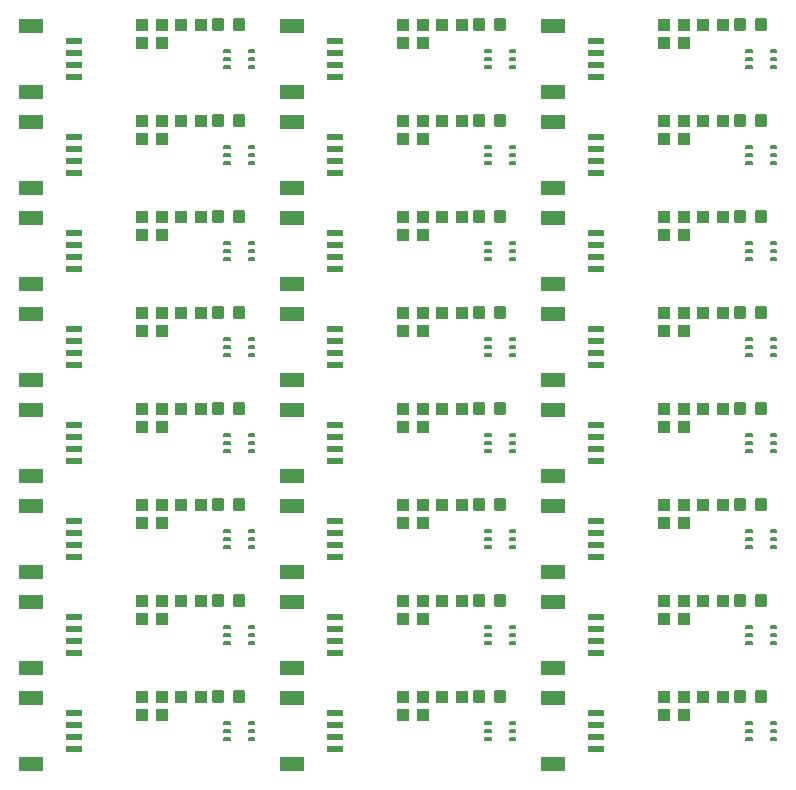
<source format=gtp>
G04 EAGLE Gerber RS-274X export*
G75*
%MOMM*%
%FSLAX34Y34*%
%LPD*%
%INSolderpaste Top*%
%IPPOS*%
%AMOC8*
5,1,8,0,0,1.08239X$1,22.5*%
G01*
%ADD10R,2.000000X1.200000*%
%ADD11R,1.350000X0.600000*%
%ADD12R,1.100000X1.000000*%
%ADD13C,0.300000*%
%ADD14C,0.177800*%


D10*
X14050Y66100D03*
X14050Y10100D03*
D11*
X50800Y53100D03*
X50800Y43100D03*
X50800Y33100D03*
X50800Y23100D03*
D12*
X158360Y67310D03*
X141360Y67310D03*
D13*
X186880Y63810D02*
X186880Y70810D01*
X193880Y70810D01*
X193880Y63810D01*
X186880Y63810D01*
X186880Y66660D02*
X193880Y66660D01*
X193880Y69510D02*
X186880Y69510D01*
X169340Y70810D02*
X169340Y63810D01*
X169340Y70810D02*
X176340Y70810D01*
X176340Y63810D01*
X169340Y63810D01*
X169340Y66660D02*
X176340Y66660D01*
X176340Y69510D02*
X169340Y69510D01*
D12*
X125340Y52070D03*
X108340Y52070D03*
X125340Y67310D03*
X108340Y67310D03*
D14*
X198628Y32385D02*
X203454Y32385D01*
X203454Y30607D01*
X198628Y30607D01*
X198628Y32385D01*
X198628Y32296D02*
X203454Y32296D01*
X203454Y38989D02*
X198628Y38989D01*
X203454Y38989D02*
X203454Y37211D01*
X198628Y37211D01*
X198628Y38989D01*
X198628Y38900D02*
X203454Y38900D01*
X203454Y45593D02*
X198628Y45593D01*
X203454Y45593D02*
X203454Y43815D01*
X198628Y43815D01*
X198628Y45593D01*
X198628Y45504D02*
X203454Y45504D01*
X182372Y32385D02*
X177546Y32385D01*
X182372Y32385D02*
X182372Y30607D01*
X177546Y30607D01*
X177546Y32385D01*
X177546Y32296D02*
X182372Y32296D01*
X182372Y38989D02*
X177546Y38989D01*
X182372Y38989D02*
X182372Y37211D01*
X177546Y37211D01*
X177546Y38989D01*
X177546Y38900D02*
X182372Y38900D01*
X182372Y45593D02*
X177546Y45593D01*
X182372Y45593D02*
X182372Y43815D01*
X177546Y43815D01*
X177546Y45593D01*
X177546Y45504D02*
X182372Y45504D01*
D10*
X235030Y66100D03*
X235030Y10100D03*
D11*
X271780Y53100D03*
X271780Y43100D03*
X271780Y33100D03*
X271780Y23100D03*
D12*
X379340Y67310D03*
X362340Y67310D03*
D13*
X407860Y63810D02*
X407860Y70810D01*
X414860Y70810D01*
X414860Y63810D01*
X407860Y63810D01*
X407860Y66660D02*
X414860Y66660D01*
X414860Y69510D02*
X407860Y69510D01*
X390320Y70810D02*
X390320Y63810D01*
X390320Y70810D02*
X397320Y70810D01*
X397320Y63810D01*
X390320Y63810D01*
X390320Y66660D02*
X397320Y66660D01*
X397320Y69510D02*
X390320Y69510D01*
D12*
X346320Y52070D03*
X329320Y52070D03*
X346320Y67310D03*
X329320Y67310D03*
D14*
X419608Y32385D02*
X424434Y32385D01*
X424434Y30607D01*
X419608Y30607D01*
X419608Y32385D01*
X419608Y32296D02*
X424434Y32296D01*
X424434Y38989D02*
X419608Y38989D01*
X424434Y38989D02*
X424434Y37211D01*
X419608Y37211D01*
X419608Y38989D01*
X419608Y38900D02*
X424434Y38900D01*
X424434Y45593D02*
X419608Y45593D01*
X424434Y45593D02*
X424434Y43815D01*
X419608Y43815D01*
X419608Y45593D01*
X419608Y45504D02*
X424434Y45504D01*
X403352Y32385D02*
X398526Y32385D01*
X403352Y32385D02*
X403352Y30607D01*
X398526Y30607D01*
X398526Y32385D01*
X398526Y32296D02*
X403352Y32296D01*
X403352Y38989D02*
X398526Y38989D01*
X403352Y38989D02*
X403352Y37211D01*
X398526Y37211D01*
X398526Y38989D01*
X398526Y38900D02*
X403352Y38900D01*
X403352Y45593D02*
X398526Y45593D01*
X403352Y45593D02*
X403352Y43815D01*
X398526Y43815D01*
X398526Y45593D01*
X398526Y45504D02*
X403352Y45504D01*
D10*
X456010Y66100D03*
X456010Y10100D03*
D11*
X492760Y53100D03*
X492760Y43100D03*
X492760Y33100D03*
X492760Y23100D03*
D12*
X600320Y67310D03*
X583320Y67310D03*
D13*
X628840Y63810D02*
X628840Y70810D01*
X635840Y70810D01*
X635840Y63810D01*
X628840Y63810D01*
X628840Y66660D02*
X635840Y66660D01*
X635840Y69510D02*
X628840Y69510D01*
X611300Y70810D02*
X611300Y63810D01*
X611300Y70810D02*
X618300Y70810D01*
X618300Y63810D01*
X611300Y63810D01*
X611300Y66660D02*
X618300Y66660D01*
X618300Y69510D02*
X611300Y69510D01*
D12*
X567300Y52070D03*
X550300Y52070D03*
X567300Y67310D03*
X550300Y67310D03*
D14*
X640588Y32385D02*
X645414Y32385D01*
X645414Y30607D01*
X640588Y30607D01*
X640588Y32385D01*
X640588Y32296D02*
X645414Y32296D01*
X645414Y38989D02*
X640588Y38989D01*
X645414Y38989D02*
X645414Y37211D01*
X640588Y37211D01*
X640588Y38989D01*
X640588Y38900D02*
X645414Y38900D01*
X645414Y45593D02*
X640588Y45593D01*
X645414Y45593D02*
X645414Y43815D01*
X640588Y43815D01*
X640588Y45593D01*
X640588Y45504D02*
X645414Y45504D01*
X624332Y32385D02*
X619506Y32385D01*
X624332Y32385D02*
X624332Y30607D01*
X619506Y30607D01*
X619506Y32385D01*
X619506Y32296D02*
X624332Y32296D01*
X624332Y38989D02*
X619506Y38989D01*
X624332Y38989D02*
X624332Y37211D01*
X619506Y37211D01*
X619506Y38989D01*
X619506Y38900D02*
X624332Y38900D01*
X624332Y45593D02*
X619506Y45593D01*
X624332Y45593D02*
X624332Y43815D01*
X619506Y43815D01*
X619506Y45593D01*
X619506Y45504D02*
X624332Y45504D01*
D10*
X14050Y147380D03*
X14050Y91380D03*
D11*
X50800Y134380D03*
X50800Y124380D03*
X50800Y114380D03*
X50800Y104380D03*
D12*
X158360Y148590D03*
X141360Y148590D03*
D13*
X186880Y145090D02*
X186880Y152090D01*
X193880Y152090D01*
X193880Y145090D01*
X186880Y145090D01*
X186880Y147940D02*
X193880Y147940D01*
X193880Y150790D02*
X186880Y150790D01*
X169340Y152090D02*
X169340Y145090D01*
X169340Y152090D02*
X176340Y152090D01*
X176340Y145090D01*
X169340Y145090D01*
X169340Y147940D02*
X176340Y147940D01*
X176340Y150790D02*
X169340Y150790D01*
D12*
X125340Y133350D03*
X108340Y133350D03*
X125340Y148590D03*
X108340Y148590D03*
D14*
X198628Y113665D02*
X203454Y113665D01*
X203454Y111887D01*
X198628Y111887D01*
X198628Y113665D01*
X198628Y113576D02*
X203454Y113576D01*
X203454Y120269D02*
X198628Y120269D01*
X203454Y120269D02*
X203454Y118491D01*
X198628Y118491D01*
X198628Y120269D01*
X198628Y120180D02*
X203454Y120180D01*
X203454Y126873D02*
X198628Y126873D01*
X203454Y126873D02*
X203454Y125095D01*
X198628Y125095D01*
X198628Y126873D01*
X198628Y126784D02*
X203454Y126784D01*
X182372Y113665D02*
X177546Y113665D01*
X182372Y113665D02*
X182372Y111887D01*
X177546Y111887D01*
X177546Y113665D01*
X177546Y113576D02*
X182372Y113576D01*
X182372Y120269D02*
X177546Y120269D01*
X182372Y120269D02*
X182372Y118491D01*
X177546Y118491D01*
X177546Y120269D01*
X177546Y120180D02*
X182372Y120180D01*
X182372Y126873D02*
X177546Y126873D01*
X182372Y126873D02*
X182372Y125095D01*
X177546Y125095D01*
X177546Y126873D01*
X177546Y126784D02*
X182372Y126784D01*
D10*
X235030Y147380D03*
X235030Y91380D03*
D11*
X271780Y134380D03*
X271780Y124380D03*
X271780Y114380D03*
X271780Y104380D03*
D12*
X379340Y148590D03*
X362340Y148590D03*
D13*
X407860Y145090D02*
X407860Y152090D01*
X414860Y152090D01*
X414860Y145090D01*
X407860Y145090D01*
X407860Y147940D02*
X414860Y147940D01*
X414860Y150790D02*
X407860Y150790D01*
X390320Y152090D02*
X390320Y145090D01*
X390320Y152090D02*
X397320Y152090D01*
X397320Y145090D01*
X390320Y145090D01*
X390320Y147940D02*
X397320Y147940D01*
X397320Y150790D02*
X390320Y150790D01*
D12*
X346320Y133350D03*
X329320Y133350D03*
X346320Y148590D03*
X329320Y148590D03*
D14*
X419608Y113665D02*
X424434Y113665D01*
X424434Y111887D01*
X419608Y111887D01*
X419608Y113665D01*
X419608Y113576D02*
X424434Y113576D01*
X424434Y120269D02*
X419608Y120269D01*
X424434Y120269D02*
X424434Y118491D01*
X419608Y118491D01*
X419608Y120269D01*
X419608Y120180D02*
X424434Y120180D01*
X424434Y126873D02*
X419608Y126873D01*
X424434Y126873D02*
X424434Y125095D01*
X419608Y125095D01*
X419608Y126873D01*
X419608Y126784D02*
X424434Y126784D01*
X403352Y113665D02*
X398526Y113665D01*
X403352Y113665D02*
X403352Y111887D01*
X398526Y111887D01*
X398526Y113665D01*
X398526Y113576D02*
X403352Y113576D01*
X403352Y120269D02*
X398526Y120269D01*
X403352Y120269D02*
X403352Y118491D01*
X398526Y118491D01*
X398526Y120269D01*
X398526Y120180D02*
X403352Y120180D01*
X403352Y126873D02*
X398526Y126873D01*
X403352Y126873D02*
X403352Y125095D01*
X398526Y125095D01*
X398526Y126873D01*
X398526Y126784D02*
X403352Y126784D01*
D10*
X456010Y147380D03*
X456010Y91380D03*
D11*
X492760Y134380D03*
X492760Y124380D03*
X492760Y114380D03*
X492760Y104380D03*
D12*
X600320Y148590D03*
X583320Y148590D03*
D13*
X628840Y145090D02*
X628840Y152090D01*
X635840Y152090D01*
X635840Y145090D01*
X628840Y145090D01*
X628840Y147940D02*
X635840Y147940D01*
X635840Y150790D02*
X628840Y150790D01*
X611300Y152090D02*
X611300Y145090D01*
X611300Y152090D02*
X618300Y152090D01*
X618300Y145090D01*
X611300Y145090D01*
X611300Y147940D02*
X618300Y147940D01*
X618300Y150790D02*
X611300Y150790D01*
D12*
X567300Y133350D03*
X550300Y133350D03*
X567300Y148590D03*
X550300Y148590D03*
D14*
X640588Y113665D02*
X645414Y113665D01*
X645414Y111887D01*
X640588Y111887D01*
X640588Y113665D01*
X640588Y113576D02*
X645414Y113576D01*
X645414Y120269D02*
X640588Y120269D01*
X645414Y120269D02*
X645414Y118491D01*
X640588Y118491D01*
X640588Y120269D01*
X640588Y120180D02*
X645414Y120180D01*
X645414Y126873D02*
X640588Y126873D01*
X645414Y126873D02*
X645414Y125095D01*
X640588Y125095D01*
X640588Y126873D01*
X640588Y126784D02*
X645414Y126784D01*
X624332Y113665D02*
X619506Y113665D01*
X624332Y113665D02*
X624332Y111887D01*
X619506Y111887D01*
X619506Y113665D01*
X619506Y113576D02*
X624332Y113576D01*
X624332Y120269D02*
X619506Y120269D01*
X624332Y120269D02*
X624332Y118491D01*
X619506Y118491D01*
X619506Y120269D01*
X619506Y120180D02*
X624332Y120180D01*
X624332Y126873D02*
X619506Y126873D01*
X624332Y126873D02*
X624332Y125095D01*
X619506Y125095D01*
X619506Y126873D01*
X619506Y126784D02*
X624332Y126784D01*
D10*
X14050Y228660D03*
X14050Y172660D03*
D11*
X50800Y215660D03*
X50800Y205660D03*
X50800Y195660D03*
X50800Y185660D03*
D12*
X158360Y229870D03*
X141360Y229870D03*
D13*
X186880Y226370D02*
X186880Y233370D01*
X193880Y233370D01*
X193880Y226370D01*
X186880Y226370D01*
X186880Y229220D02*
X193880Y229220D01*
X193880Y232070D02*
X186880Y232070D01*
X169340Y233370D02*
X169340Y226370D01*
X169340Y233370D02*
X176340Y233370D01*
X176340Y226370D01*
X169340Y226370D01*
X169340Y229220D02*
X176340Y229220D01*
X176340Y232070D02*
X169340Y232070D01*
D12*
X125340Y214630D03*
X108340Y214630D03*
X125340Y229870D03*
X108340Y229870D03*
D14*
X198628Y194945D02*
X203454Y194945D01*
X203454Y193167D01*
X198628Y193167D01*
X198628Y194945D01*
X198628Y194856D02*
X203454Y194856D01*
X203454Y201549D02*
X198628Y201549D01*
X203454Y201549D02*
X203454Y199771D01*
X198628Y199771D01*
X198628Y201549D01*
X198628Y201460D02*
X203454Y201460D01*
X203454Y208153D02*
X198628Y208153D01*
X203454Y208153D02*
X203454Y206375D01*
X198628Y206375D01*
X198628Y208153D01*
X198628Y208064D02*
X203454Y208064D01*
X182372Y194945D02*
X177546Y194945D01*
X182372Y194945D02*
X182372Y193167D01*
X177546Y193167D01*
X177546Y194945D01*
X177546Y194856D02*
X182372Y194856D01*
X182372Y201549D02*
X177546Y201549D01*
X182372Y201549D02*
X182372Y199771D01*
X177546Y199771D01*
X177546Y201549D01*
X177546Y201460D02*
X182372Y201460D01*
X182372Y208153D02*
X177546Y208153D01*
X182372Y208153D02*
X182372Y206375D01*
X177546Y206375D01*
X177546Y208153D01*
X177546Y208064D02*
X182372Y208064D01*
D10*
X235030Y228660D03*
X235030Y172660D03*
D11*
X271780Y215660D03*
X271780Y205660D03*
X271780Y195660D03*
X271780Y185660D03*
D12*
X379340Y229870D03*
X362340Y229870D03*
D13*
X407860Y226370D02*
X407860Y233370D01*
X414860Y233370D01*
X414860Y226370D01*
X407860Y226370D01*
X407860Y229220D02*
X414860Y229220D01*
X414860Y232070D02*
X407860Y232070D01*
X390320Y233370D02*
X390320Y226370D01*
X390320Y233370D02*
X397320Y233370D01*
X397320Y226370D01*
X390320Y226370D01*
X390320Y229220D02*
X397320Y229220D01*
X397320Y232070D02*
X390320Y232070D01*
D12*
X346320Y214630D03*
X329320Y214630D03*
X346320Y229870D03*
X329320Y229870D03*
D14*
X419608Y194945D02*
X424434Y194945D01*
X424434Y193167D01*
X419608Y193167D01*
X419608Y194945D01*
X419608Y194856D02*
X424434Y194856D01*
X424434Y201549D02*
X419608Y201549D01*
X424434Y201549D02*
X424434Y199771D01*
X419608Y199771D01*
X419608Y201549D01*
X419608Y201460D02*
X424434Y201460D01*
X424434Y208153D02*
X419608Y208153D01*
X424434Y208153D02*
X424434Y206375D01*
X419608Y206375D01*
X419608Y208153D01*
X419608Y208064D02*
X424434Y208064D01*
X403352Y194945D02*
X398526Y194945D01*
X403352Y194945D02*
X403352Y193167D01*
X398526Y193167D01*
X398526Y194945D01*
X398526Y194856D02*
X403352Y194856D01*
X403352Y201549D02*
X398526Y201549D01*
X403352Y201549D02*
X403352Y199771D01*
X398526Y199771D01*
X398526Y201549D01*
X398526Y201460D02*
X403352Y201460D01*
X403352Y208153D02*
X398526Y208153D01*
X403352Y208153D02*
X403352Y206375D01*
X398526Y206375D01*
X398526Y208153D01*
X398526Y208064D02*
X403352Y208064D01*
D10*
X456010Y228660D03*
X456010Y172660D03*
D11*
X492760Y215660D03*
X492760Y205660D03*
X492760Y195660D03*
X492760Y185660D03*
D12*
X600320Y229870D03*
X583320Y229870D03*
D13*
X628840Y226370D02*
X628840Y233370D01*
X635840Y233370D01*
X635840Y226370D01*
X628840Y226370D01*
X628840Y229220D02*
X635840Y229220D01*
X635840Y232070D02*
X628840Y232070D01*
X611300Y233370D02*
X611300Y226370D01*
X611300Y233370D02*
X618300Y233370D01*
X618300Y226370D01*
X611300Y226370D01*
X611300Y229220D02*
X618300Y229220D01*
X618300Y232070D02*
X611300Y232070D01*
D12*
X567300Y214630D03*
X550300Y214630D03*
X567300Y229870D03*
X550300Y229870D03*
D14*
X640588Y194945D02*
X645414Y194945D01*
X645414Y193167D01*
X640588Y193167D01*
X640588Y194945D01*
X640588Y194856D02*
X645414Y194856D01*
X645414Y201549D02*
X640588Y201549D01*
X645414Y201549D02*
X645414Y199771D01*
X640588Y199771D01*
X640588Y201549D01*
X640588Y201460D02*
X645414Y201460D01*
X645414Y208153D02*
X640588Y208153D01*
X645414Y208153D02*
X645414Y206375D01*
X640588Y206375D01*
X640588Y208153D01*
X640588Y208064D02*
X645414Y208064D01*
X624332Y194945D02*
X619506Y194945D01*
X624332Y194945D02*
X624332Y193167D01*
X619506Y193167D01*
X619506Y194945D01*
X619506Y194856D02*
X624332Y194856D01*
X624332Y201549D02*
X619506Y201549D01*
X624332Y201549D02*
X624332Y199771D01*
X619506Y199771D01*
X619506Y201549D01*
X619506Y201460D02*
X624332Y201460D01*
X624332Y208153D02*
X619506Y208153D01*
X624332Y208153D02*
X624332Y206375D01*
X619506Y206375D01*
X619506Y208153D01*
X619506Y208064D02*
X624332Y208064D01*
D10*
X14050Y309940D03*
X14050Y253940D03*
D11*
X50800Y296940D03*
X50800Y286940D03*
X50800Y276940D03*
X50800Y266940D03*
D12*
X158360Y311150D03*
X141360Y311150D03*
D13*
X186880Y307650D02*
X186880Y314650D01*
X193880Y314650D01*
X193880Y307650D01*
X186880Y307650D01*
X186880Y310500D02*
X193880Y310500D01*
X193880Y313350D02*
X186880Y313350D01*
X169340Y314650D02*
X169340Y307650D01*
X169340Y314650D02*
X176340Y314650D01*
X176340Y307650D01*
X169340Y307650D01*
X169340Y310500D02*
X176340Y310500D01*
X176340Y313350D02*
X169340Y313350D01*
D12*
X125340Y295910D03*
X108340Y295910D03*
X125340Y311150D03*
X108340Y311150D03*
D14*
X198628Y276225D02*
X203454Y276225D01*
X203454Y274447D01*
X198628Y274447D01*
X198628Y276225D01*
X198628Y276136D02*
X203454Y276136D01*
X203454Y282829D02*
X198628Y282829D01*
X203454Y282829D02*
X203454Y281051D01*
X198628Y281051D01*
X198628Y282829D01*
X198628Y282740D02*
X203454Y282740D01*
X203454Y289433D02*
X198628Y289433D01*
X203454Y289433D02*
X203454Y287655D01*
X198628Y287655D01*
X198628Y289433D01*
X198628Y289344D02*
X203454Y289344D01*
X182372Y276225D02*
X177546Y276225D01*
X182372Y276225D02*
X182372Y274447D01*
X177546Y274447D01*
X177546Y276225D01*
X177546Y276136D02*
X182372Y276136D01*
X182372Y282829D02*
X177546Y282829D01*
X182372Y282829D02*
X182372Y281051D01*
X177546Y281051D01*
X177546Y282829D01*
X177546Y282740D02*
X182372Y282740D01*
X182372Y289433D02*
X177546Y289433D01*
X182372Y289433D02*
X182372Y287655D01*
X177546Y287655D01*
X177546Y289433D01*
X177546Y289344D02*
X182372Y289344D01*
D10*
X235030Y309940D03*
X235030Y253940D03*
D11*
X271780Y296940D03*
X271780Y286940D03*
X271780Y276940D03*
X271780Y266940D03*
D12*
X379340Y311150D03*
X362340Y311150D03*
D13*
X407860Y307650D02*
X407860Y314650D01*
X414860Y314650D01*
X414860Y307650D01*
X407860Y307650D01*
X407860Y310500D02*
X414860Y310500D01*
X414860Y313350D02*
X407860Y313350D01*
X390320Y314650D02*
X390320Y307650D01*
X390320Y314650D02*
X397320Y314650D01*
X397320Y307650D01*
X390320Y307650D01*
X390320Y310500D02*
X397320Y310500D01*
X397320Y313350D02*
X390320Y313350D01*
D12*
X346320Y295910D03*
X329320Y295910D03*
X346320Y311150D03*
X329320Y311150D03*
D14*
X419608Y276225D02*
X424434Y276225D01*
X424434Y274447D01*
X419608Y274447D01*
X419608Y276225D01*
X419608Y276136D02*
X424434Y276136D01*
X424434Y282829D02*
X419608Y282829D01*
X424434Y282829D02*
X424434Y281051D01*
X419608Y281051D01*
X419608Y282829D01*
X419608Y282740D02*
X424434Y282740D01*
X424434Y289433D02*
X419608Y289433D01*
X424434Y289433D02*
X424434Y287655D01*
X419608Y287655D01*
X419608Y289433D01*
X419608Y289344D02*
X424434Y289344D01*
X403352Y276225D02*
X398526Y276225D01*
X403352Y276225D02*
X403352Y274447D01*
X398526Y274447D01*
X398526Y276225D01*
X398526Y276136D02*
X403352Y276136D01*
X403352Y282829D02*
X398526Y282829D01*
X403352Y282829D02*
X403352Y281051D01*
X398526Y281051D01*
X398526Y282829D01*
X398526Y282740D02*
X403352Y282740D01*
X403352Y289433D02*
X398526Y289433D01*
X403352Y289433D02*
X403352Y287655D01*
X398526Y287655D01*
X398526Y289433D01*
X398526Y289344D02*
X403352Y289344D01*
D10*
X456010Y309940D03*
X456010Y253940D03*
D11*
X492760Y296940D03*
X492760Y286940D03*
X492760Y276940D03*
X492760Y266940D03*
D12*
X600320Y311150D03*
X583320Y311150D03*
D13*
X628840Y307650D02*
X628840Y314650D01*
X635840Y314650D01*
X635840Y307650D01*
X628840Y307650D01*
X628840Y310500D02*
X635840Y310500D01*
X635840Y313350D02*
X628840Y313350D01*
X611300Y314650D02*
X611300Y307650D01*
X611300Y314650D02*
X618300Y314650D01*
X618300Y307650D01*
X611300Y307650D01*
X611300Y310500D02*
X618300Y310500D01*
X618300Y313350D02*
X611300Y313350D01*
D12*
X567300Y295910D03*
X550300Y295910D03*
X567300Y311150D03*
X550300Y311150D03*
D14*
X640588Y276225D02*
X645414Y276225D01*
X645414Y274447D01*
X640588Y274447D01*
X640588Y276225D01*
X640588Y276136D02*
X645414Y276136D01*
X645414Y282829D02*
X640588Y282829D01*
X645414Y282829D02*
X645414Y281051D01*
X640588Y281051D01*
X640588Y282829D01*
X640588Y282740D02*
X645414Y282740D01*
X645414Y289433D02*
X640588Y289433D01*
X645414Y289433D02*
X645414Y287655D01*
X640588Y287655D01*
X640588Y289433D01*
X640588Y289344D02*
X645414Y289344D01*
X624332Y276225D02*
X619506Y276225D01*
X624332Y276225D02*
X624332Y274447D01*
X619506Y274447D01*
X619506Y276225D01*
X619506Y276136D02*
X624332Y276136D01*
X624332Y282829D02*
X619506Y282829D01*
X624332Y282829D02*
X624332Y281051D01*
X619506Y281051D01*
X619506Y282829D01*
X619506Y282740D02*
X624332Y282740D01*
X624332Y289433D02*
X619506Y289433D01*
X624332Y289433D02*
X624332Y287655D01*
X619506Y287655D01*
X619506Y289433D01*
X619506Y289344D02*
X624332Y289344D01*
D10*
X14050Y391220D03*
X14050Y335220D03*
D11*
X50800Y378220D03*
X50800Y368220D03*
X50800Y358220D03*
X50800Y348220D03*
D12*
X158360Y392430D03*
X141360Y392430D03*
D13*
X186880Y388930D02*
X186880Y395930D01*
X193880Y395930D01*
X193880Y388930D01*
X186880Y388930D01*
X186880Y391780D02*
X193880Y391780D01*
X193880Y394630D02*
X186880Y394630D01*
X169340Y395930D02*
X169340Y388930D01*
X169340Y395930D02*
X176340Y395930D01*
X176340Y388930D01*
X169340Y388930D01*
X169340Y391780D02*
X176340Y391780D01*
X176340Y394630D02*
X169340Y394630D01*
D12*
X125340Y377190D03*
X108340Y377190D03*
X125340Y392430D03*
X108340Y392430D03*
D14*
X198628Y357505D02*
X203454Y357505D01*
X203454Y355727D01*
X198628Y355727D01*
X198628Y357505D01*
X198628Y357416D02*
X203454Y357416D01*
X203454Y364109D02*
X198628Y364109D01*
X203454Y364109D02*
X203454Y362331D01*
X198628Y362331D01*
X198628Y364109D01*
X198628Y364020D02*
X203454Y364020D01*
X203454Y370713D02*
X198628Y370713D01*
X203454Y370713D02*
X203454Y368935D01*
X198628Y368935D01*
X198628Y370713D01*
X198628Y370624D02*
X203454Y370624D01*
X182372Y357505D02*
X177546Y357505D01*
X182372Y357505D02*
X182372Y355727D01*
X177546Y355727D01*
X177546Y357505D01*
X177546Y357416D02*
X182372Y357416D01*
X182372Y364109D02*
X177546Y364109D01*
X182372Y364109D02*
X182372Y362331D01*
X177546Y362331D01*
X177546Y364109D01*
X177546Y364020D02*
X182372Y364020D01*
X182372Y370713D02*
X177546Y370713D01*
X182372Y370713D02*
X182372Y368935D01*
X177546Y368935D01*
X177546Y370713D01*
X177546Y370624D02*
X182372Y370624D01*
D10*
X235030Y391220D03*
X235030Y335220D03*
D11*
X271780Y378220D03*
X271780Y368220D03*
X271780Y358220D03*
X271780Y348220D03*
D12*
X379340Y392430D03*
X362340Y392430D03*
D13*
X407860Y388930D02*
X407860Y395930D01*
X414860Y395930D01*
X414860Y388930D01*
X407860Y388930D01*
X407860Y391780D02*
X414860Y391780D01*
X414860Y394630D02*
X407860Y394630D01*
X390320Y395930D02*
X390320Y388930D01*
X390320Y395930D02*
X397320Y395930D01*
X397320Y388930D01*
X390320Y388930D01*
X390320Y391780D02*
X397320Y391780D01*
X397320Y394630D02*
X390320Y394630D01*
D12*
X346320Y377190D03*
X329320Y377190D03*
X346320Y392430D03*
X329320Y392430D03*
D14*
X419608Y357505D02*
X424434Y357505D01*
X424434Y355727D01*
X419608Y355727D01*
X419608Y357505D01*
X419608Y357416D02*
X424434Y357416D01*
X424434Y364109D02*
X419608Y364109D01*
X424434Y364109D02*
X424434Y362331D01*
X419608Y362331D01*
X419608Y364109D01*
X419608Y364020D02*
X424434Y364020D01*
X424434Y370713D02*
X419608Y370713D01*
X424434Y370713D02*
X424434Y368935D01*
X419608Y368935D01*
X419608Y370713D01*
X419608Y370624D02*
X424434Y370624D01*
X403352Y357505D02*
X398526Y357505D01*
X403352Y357505D02*
X403352Y355727D01*
X398526Y355727D01*
X398526Y357505D01*
X398526Y357416D02*
X403352Y357416D01*
X403352Y364109D02*
X398526Y364109D01*
X403352Y364109D02*
X403352Y362331D01*
X398526Y362331D01*
X398526Y364109D01*
X398526Y364020D02*
X403352Y364020D01*
X403352Y370713D02*
X398526Y370713D01*
X403352Y370713D02*
X403352Y368935D01*
X398526Y368935D01*
X398526Y370713D01*
X398526Y370624D02*
X403352Y370624D01*
D10*
X456010Y391220D03*
X456010Y335220D03*
D11*
X492760Y378220D03*
X492760Y368220D03*
X492760Y358220D03*
X492760Y348220D03*
D12*
X600320Y392430D03*
X583320Y392430D03*
D13*
X628840Y388930D02*
X628840Y395930D01*
X635840Y395930D01*
X635840Y388930D01*
X628840Y388930D01*
X628840Y391780D02*
X635840Y391780D01*
X635840Y394630D02*
X628840Y394630D01*
X611300Y395930D02*
X611300Y388930D01*
X611300Y395930D02*
X618300Y395930D01*
X618300Y388930D01*
X611300Y388930D01*
X611300Y391780D02*
X618300Y391780D01*
X618300Y394630D02*
X611300Y394630D01*
D12*
X567300Y377190D03*
X550300Y377190D03*
X567300Y392430D03*
X550300Y392430D03*
D14*
X640588Y357505D02*
X645414Y357505D01*
X645414Y355727D01*
X640588Y355727D01*
X640588Y357505D01*
X640588Y357416D02*
X645414Y357416D01*
X645414Y364109D02*
X640588Y364109D01*
X645414Y364109D02*
X645414Y362331D01*
X640588Y362331D01*
X640588Y364109D01*
X640588Y364020D02*
X645414Y364020D01*
X645414Y370713D02*
X640588Y370713D01*
X645414Y370713D02*
X645414Y368935D01*
X640588Y368935D01*
X640588Y370713D01*
X640588Y370624D02*
X645414Y370624D01*
X624332Y357505D02*
X619506Y357505D01*
X624332Y357505D02*
X624332Y355727D01*
X619506Y355727D01*
X619506Y357505D01*
X619506Y357416D02*
X624332Y357416D01*
X624332Y364109D02*
X619506Y364109D01*
X624332Y364109D02*
X624332Y362331D01*
X619506Y362331D01*
X619506Y364109D01*
X619506Y364020D02*
X624332Y364020D01*
X624332Y370713D02*
X619506Y370713D01*
X624332Y370713D02*
X624332Y368935D01*
X619506Y368935D01*
X619506Y370713D01*
X619506Y370624D02*
X624332Y370624D01*
D10*
X14050Y472500D03*
X14050Y416500D03*
D11*
X50800Y459500D03*
X50800Y449500D03*
X50800Y439500D03*
X50800Y429500D03*
D12*
X158360Y473710D03*
X141360Y473710D03*
D13*
X186880Y470210D02*
X186880Y477210D01*
X193880Y477210D01*
X193880Y470210D01*
X186880Y470210D01*
X186880Y473060D02*
X193880Y473060D01*
X193880Y475910D02*
X186880Y475910D01*
X169340Y477210D02*
X169340Y470210D01*
X169340Y477210D02*
X176340Y477210D01*
X176340Y470210D01*
X169340Y470210D01*
X169340Y473060D02*
X176340Y473060D01*
X176340Y475910D02*
X169340Y475910D01*
D12*
X125340Y458470D03*
X108340Y458470D03*
X125340Y473710D03*
X108340Y473710D03*
D14*
X198628Y438785D02*
X203454Y438785D01*
X203454Y437007D01*
X198628Y437007D01*
X198628Y438785D01*
X198628Y438696D02*
X203454Y438696D01*
X203454Y445389D02*
X198628Y445389D01*
X203454Y445389D02*
X203454Y443611D01*
X198628Y443611D01*
X198628Y445389D01*
X198628Y445300D02*
X203454Y445300D01*
X203454Y451993D02*
X198628Y451993D01*
X203454Y451993D02*
X203454Y450215D01*
X198628Y450215D01*
X198628Y451993D01*
X198628Y451904D02*
X203454Y451904D01*
X182372Y438785D02*
X177546Y438785D01*
X182372Y438785D02*
X182372Y437007D01*
X177546Y437007D01*
X177546Y438785D01*
X177546Y438696D02*
X182372Y438696D01*
X182372Y445389D02*
X177546Y445389D01*
X182372Y445389D02*
X182372Y443611D01*
X177546Y443611D01*
X177546Y445389D01*
X177546Y445300D02*
X182372Y445300D01*
X182372Y451993D02*
X177546Y451993D01*
X182372Y451993D02*
X182372Y450215D01*
X177546Y450215D01*
X177546Y451993D01*
X177546Y451904D02*
X182372Y451904D01*
D10*
X235030Y472500D03*
X235030Y416500D03*
D11*
X271780Y459500D03*
X271780Y449500D03*
X271780Y439500D03*
X271780Y429500D03*
D12*
X379340Y473710D03*
X362340Y473710D03*
D13*
X407860Y470210D02*
X407860Y477210D01*
X414860Y477210D01*
X414860Y470210D01*
X407860Y470210D01*
X407860Y473060D02*
X414860Y473060D01*
X414860Y475910D02*
X407860Y475910D01*
X390320Y477210D02*
X390320Y470210D01*
X390320Y477210D02*
X397320Y477210D01*
X397320Y470210D01*
X390320Y470210D01*
X390320Y473060D02*
X397320Y473060D01*
X397320Y475910D02*
X390320Y475910D01*
D12*
X346320Y458470D03*
X329320Y458470D03*
X346320Y473710D03*
X329320Y473710D03*
D14*
X419608Y438785D02*
X424434Y438785D01*
X424434Y437007D01*
X419608Y437007D01*
X419608Y438785D01*
X419608Y438696D02*
X424434Y438696D01*
X424434Y445389D02*
X419608Y445389D01*
X424434Y445389D02*
X424434Y443611D01*
X419608Y443611D01*
X419608Y445389D01*
X419608Y445300D02*
X424434Y445300D01*
X424434Y451993D02*
X419608Y451993D01*
X424434Y451993D02*
X424434Y450215D01*
X419608Y450215D01*
X419608Y451993D01*
X419608Y451904D02*
X424434Y451904D01*
X403352Y438785D02*
X398526Y438785D01*
X403352Y438785D02*
X403352Y437007D01*
X398526Y437007D01*
X398526Y438785D01*
X398526Y438696D02*
X403352Y438696D01*
X403352Y445389D02*
X398526Y445389D01*
X403352Y445389D02*
X403352Y443611D01*
X398526Y443611D01*
X398526Y445389D01*
X398526Y445300D02*
X403352Y445300D01*
X403352Y451993D02*
X398526Y451993D01*
X403352Y451993D02*
X403352Y450215D01*
X398526Y450215D01*
X398526Y451993D01*
X398526Y451904D02*
X403352Y451904D01*
D10*
X456010Y472500D03*
X456010Y416500D03*
D11*
X492760Y459500D03*
X492760Y449500D03*
X492760Y439500D03*
X492760Y429500D03*
D12*
X600320Y473710D03*
X583320Y473710D03*
D13*
X628840Y470210D02*
X628840Y477210D01*
X635840Y477210D01*
X635840Y470210D01*
X628840Y470210D01*
X628840Y473060D02*
X635840Y473060D01*
X635840Y475910D02*
X628840Y475910D01*
X611300Y477210D02*
X611300Y470210D01*
X611300Y477210D02*
X618300Y477210D01*
X618300Y470210D01*
X611300Y470210D01*
X611300Y473060D02*
X618300Y473060D01*
X618300Y475910D02*
X611300Y475910D01*
D12*
X567300Y458470D03*
X550300Y458470D03*
X567300Y473710D03*
X550300Y473710D03*
D14*
X640588Y438785D02*
X645414Y438785D01*
X645414Y437007D01*
X640588Y437007D01*
X640588Y438785D01*
X640588Y438696D02*
X645414Y438696D01*
X645414Y445389D02*
X640588Y445389D01*
X645414Y445389D02*
X645414Y443611D01*
X640588Y443611D01*
X640588Y445389D01*
X640588Y445300D02*
X645414Y445300D01*
X645414Y451993D02*
X640588Y451993D01*
X645414Y451993D02*
X645414Y450215D01*
X640588Y450215D01*
X640588Y451993D01*
X640588Y451904D02*
X645414Y451904D01*
X624332Y438785D02*
X619506Y438785D01*
X624332Y438785D02*
X624332Y437007D01*
X619506Y437007D01*
X619506Y438785D01*
X619506Y438696D02*
X624332Y438696D01*
X624332Y445389D02*
X619506Y445389D01*
X624332Y445389D02*
X624332Y443611D01*
X619506Y443611D01*
X619506Y445389D01*
X619506Y445300D02*
X624332Y445300D01*
X624332Y451993D02*
X619506Y451993D01*
X624332Y451993D02*
X624332Y450215D01*
X619506Y450215D01*
X619506Y451993D01*
X619506Y451904D02*
X624332Y451904D01*
D10*
X14050Y553780D03*
X14050Y497780D03*
D11*
X50800Y540780D03*
X50800Y530780D03*
X50800Y520780D03*
X50800Y510780D03*
D12*
X158360Y554990D03*
X141360Y554990D03*
D13*
X186880Y551490D02*
X186880Y558490D01*
X193880Y558490D01*
X193880Y551490D01*
X186880Y551490D01*
X186880Y554340D02*
X193880Y554340D01*
X193880Y557190D02*
X186880Y557190D01*
X169340Y558490D02*
X169340Y551490D01*
X169340Y558490D02*
X176340Y558490D01*
X176340Y551490D01*
X169340Y551490D01*
X169340Y554340D02*
X176340Y554340D01*
X176340Y557190D02*
X169340Y557190D01*
D12*
X125340Y539750D03*
X108340Y539750D03*
X125340Y554990D03*
X108340Y554990D03*
D14*
X198628Y520065D02*
X203454Y520065D01*
X203454Y518287D01*
X198628Y518287D01*
X198628Y520065D01*
X198628Y519976D02*
X203454Y519976D01*
X203454Y526669D02*
X198628Y526669D01*
X203454Y526669D02*
X203454Y524891D01*
X198628Y524891D01*
X198628Y526669D01*
X198628Y526580D02*
X203454Y526580D01*
X203454Y533273D02*
X198628Y533273D01*
X203454Y533273D02*
X203454Y531495D01*
X198628Y531495D01*
X198628Y533273D01*
X198628Y533184D02*
X203454Y533184D01*
X182372Y520065D02*
X177546Y520065D01*
X182372Y520065D02*
X182372Y518287D01*
X177546Y518287D01*
X177546Y520065D01*
X177546Y519976D02*
X182372Y519976D01*
X182372Y526669D02*
X177546Y526669D01*
X182372Y526669D02*
X182372Y524891D01*
X177546Y524891D01*
X177546Y526669D01*
X177546Y526580D02*
X182372Y526580D01*
X182372Y533273D02*
X177546Y533273D01*
X182372Y533273D02*
X182372Y531495D01*
X177546Y531495D01*
X177546Y533273D01*
X177546Y533184D02*
X182372Y533184D01*
D10*
X235030Y553780D03*
X235030Y497780D03*
D11*
X271780Y540780D03*
X271780Y530780D03*
X271780Y520780D03*
X271780Y510780D03*
D12*
X379340Y554990D03*
X362340Y554990D03*
D13*
X407860Y551490D02*
X407860Y558490D01*
X414860Y558490D01*
X414860Y551490D01*
X407860Y551490D01*
X407860Y554340D02*
X414860Y554340D01*
X414860Y557190D02*
X407860Y557190D01*
X390320Y558490D02*
X390320Y551490D01*
X390320Y558490D02*
X397320Y558490D01*
X397320Y551490D01*
X390320Y551490D01*
X390320Y554340D02*
X397320Y554340D01*
X397320Y557190D02*
X390320Y557190D01*
D12*
X346320Y539750D03*
X329320Y539750D03*
X346320Y554990D03*
X329320Y554990D03*
D14*
X419608Y520065D02*
X424434Y520065D01*
X424434Y518287D01*
X419608Y518287D01*
X419608Y520065D01*
X419608Y519976D02*
X424434Y519976D01*
X424434Y526669D02*
X419608Y526669D01*
X424434Y526669D02*
X424434Y524891D01*
X419608Y524891D01*
X419608Y526669D01*
X419608Y526580D02*
X424434Y526580D01*
X424434Y533273D02*
X419608Y533273D01*
X424434Y533273D02*
X424434Y531495D01*
X419608Y531495D01*
X419608Y533273D01*
X419608Y533184D02*
X424434Y533184D01*
X403352Y520065D02*
X398526Y520065D01*
X403352Y520065D02*
X403352Y518287D01*
X398526Y518287D01*
X398526Y520065D01*
X398526Y519976D02*
X403352Y519976D01*
X403352Y526669D02*
X398526Y526669D01*
X403352Y526669D02*
X403352Y524891D01*
X398526Y524891D01*
X398526Y526669D01*
X398526Y526580D02*
X403352Y526580D01*
X403352Y533273D02*
X398526Y533273D01*
X403352Y533273D02*
X403352Y531495D01*
X398526Y531495D01*
X398526Y533273D01*
X398526Y533184D02*
X403352Y533184D01*
D10*
X456010Y553780D03*
X456010Y497780D03*
D11*
X492760Y540780D03*
X492760Y530780D03*
X492760Y520780D03*
X492760Y510780D03*
D12*
X600320Y554990D03*
X583320Y554990D03*
D13*
X628840Y551490D02*
X628840Y558490D01*
X635840Y558490D01*
X635840Y551490D01*
X628840Y551490D01*
X628840Y554340D02*
X635840Y554340D01*
X635840Y557190D02*
X628840Y557190D01*
X611300Y558490D02*
X611300Y551490D01*
X611300Y558490D02*
X618300Y558490D01*
X618300Y551490D01*
X611300Y551490D01*
X611300Y554340D02*
X618300Y554340D01*
X618300Y557190D02*
X611300Y557190D01*
D12*
X567300Y539750D03*
X550300Y539750D03*
X567300Y554990D03*
X550300Y554990D03*
D14*
X640588Y520065D02*
X645414Y520065D01*
X645414Y518287D01*
X640588Y518287D01*
X640588Y520065D01*
X640588Y519976D02*
X645414Y519976D01*
X645414Y526669D02*
X640588Y526669D01*
X645414Y526669D02*
X645414Y524891D01*
X640588Y524891D01*
X640588Y526669D01*
X640588Y526580D02*
X645414Y526580D01*
X645414Y533273D02*
X640588Y533273D01*
X645414Y533273D02*
X645414Y531495D01*
X640588Y531495D01*
X640588Y533273D01*
X640588Y533184D02*
X645414Y533184D01*
X624332Y520065D02*
X619506Y520065D01*
X624332Y520065D02*
X624332Y518287D01*
X619506Y518287D01*
X619506Y520065D01*
X619506Y519976D02*
X624332Y519976D01*
X624332Y526669D02*
X619506Y526669D01*
X624332Y526669D02*
X624332Y524891D01*
X619506Y524891D01*
X619506Y526669D01*
X619506Y526580D02*
X624332Y526580D01*
X624332Y533273D02*
X619506Y533273D01*
X624332Y533273D02*
X624332Y531495D01*
X619506Y531495D01*
X619506Y533273D01*
X619506Y533184D02*
X624332Y533184D01*
D10*
X14050Y635060D03*
X14050Y579060D03*
D11*
X50800Y622060D03*
X50800Y612060D03*
X50800Y602060D03*
X50800Y592060D03*
D12*
X158360Y636270D03*
X141360Y636270D03*
D13*
X186880Y632770D02*
X186880Y639770D01*
X193880Y639770D01*
X193880Y632770D01*
X186880Y632770D01*
X186880Y635620D02*
X193880Y635620D01*
X193880Y638470D02*
X186880Y638470D01*
X169340Y639770D02*
X169340Y632770D01*
X169340Y639770D02*
X176340Y639770D01*
X176340Y632770D01*
X169340Y632770D01*
X169340Y635620D02*
X176340Y635620D01*
X176340Y638470D02*
X169340Y638470D01*
D12*
X125340Y621030D03*
X108340Y621030D03*
X125340Y636270D03*
X108340Y636270D03*
D14*
X198628Y601345D02*
X203454Y601345D01*
X203454Y599567D01*
X198628Y599567D01*
X198628Y601345D01*
X198628Y601256D02*
X203454Y601256D01*
X203454Y607949D02*
X198628Y607949D01*
X203454Y607949D02*
X203454Y606171D01*
X198628Y606171D01*
X198628Y607949D01*
X198628Y607860D02*
X203454Y607860D01*
X203454Y614553D02*
X198628Y614553D01*
X203454Y614553D02*
X203454Y612775D01*
X198628Y612775D01*
X198628Y614553D01*
X198628Y614464D02*
X203454Y614464D01*
X182372Y601345D02*
X177546Y601345D01*
X182372Y601345D02*
X182372Y599567D01*
X177546Y599567D01*
X177546Y601345D01*
X177546Y601256D02*
X182372Y601256D01*
X182372Y607949D02*
X177546Y607949D01*
X182372Y607949D02*
X182372Y606171D01*
X177546Y606171D01*
X177546Y607949D01*
X177546Y607860D02*
X182372Y607860D01*
X182372Y614553D02*
X177546Y614553D01*
X182372Y614553D02*
X182372Y612775D01*
X177546Y612775D01*
X177546Y614553D01*
X177546Y614464D02*
X182372Y614464D01*
D10*
X235030Y635060D03*
X235030Y579060D03*
D11*
X271780Y622060D03*
X271780Y612060D03*
X271780Y602060D03*
X271780Y592060D03*
D12*
X379340Y636270D03*
X362340Y636270D03*
D13*
X407860Y632770D02*
X407860Y639770D01*
X414860Y639770D01*
X414860Y632770D01*
X407860Y632770D01*
X407860Y635620D02*
X414860Y635620D01*
X414860Y638470D02*
X407860Y638470D01*
X390320Y639770D02*
X390320Y632770D01*
X390320Y639770D02*
X397320Y639770D01*
X397320Y632770D01*
X390320Y632770D01*
X390320Y635620D02*
X397320Y635620D01*
X397320Y638470D02*
X390320Y638470D01*
D12*
X346320Y621030D03*
X329320Y621030D03*
X346320Y636270D03*
X329320Y636270D03*
D14*
X419608Y601345D02*
X424434Y601345D01*
X424434Y599567D01*
X419608Y599567D01*
X419608Y601345D01*
X419608Y601256D02*
X424434Y601256D01*
X424434Y607949D02*
X419608Y607949D01*
X424434Y607949D02*
X424434Y606171D01*
X419608Y606171D01*
X419608Y607949D01*
X419608Y607860D02*
X424434Y607860D01*
X424434Y614553D02*
X419608Y614553D01*
X424434Y614553D02*
X424434Y612775D01*
X419608Y612775D01*
X419608Y614553D01*
X419608Y614464D02*
X424434Y614464D01*
X403352Y601345D02*
X398526Y601345D01*
X403352Y601345D02*
X403352Y599567D01*
X398526Y599567D01*
X398526Y601345D01*
X398526Y601256D02*
X403352Y601256D01*
X403352Y607949D02*
X398526Y607949D01*
X403352Y607949D02*
X403352Y606171D01*
X398526Y606171D01*
X398526Y607949D01*
X398526Y607860D02*
X403352Y607860D01*
X403352Y614553D02*
X398526Y614553D01*
X403352Y614553D02*
X403352Y612775D01*
X398526Y612775D01*
X398526Y614553D01*
X398526Y614464D02*
X403352Y614464D01*
D10*
X456010Y635060D03*
X456010Y579060D03*
D11*
X492760Y622060D03*
X492760Y612060D03*
X492760Y602060D03*
X492760Y592060D03*
D12*
X600320Y636270D03*
X583320Y636270D03*
D13*
X628840Y632770D02*
X628840Y639770D01*
X635840Y639770D01*
X635840Y632770D01*
X628840Y632770D01*
X628840Y635620D02*
X635840Y635620D01*
X635840Y638470D02*
X628840Y638470D01*
X611300Y639770D02*
X611300Y632770D01*
X611300Y639770D02*
X618300Y639770D01*
X618300Y632770D01*
X611300Y632770D01*
X611300Y635620D02*
X618300Y635620D01*
X618300Y638470D02*
X611300Y638470D01*
D12*
X567300Y621030D03*
X550300Y621030D03*
X567300Y636270D03*
X550300Y636270D03*
D14*
X640588Y601345D02*
X645414Y601345D01*
X645414Y599567D01*
X640588Y599567D01*
X640588Y601345D01*
X640588Y601256D02*
X645414Y601256D01*
X645414Y607949D02*
X640588Y607949D01*
X645414Y607949D02*
X645414Y606171D01*
X640588Y606171D01*
X640588Y607949D01*
X640588Y607860D02*
X645414Y607860D01*
X645414Y614553D02*
X640588Y614553D01*
X645414Y614553D02*
X645414Y612775D01*
X640588Y612775D01*
X640588Y614553D01*
X640588Y614464D02*
X645414Y614464D01*
X624332Y601345D02*
X619506Y601345D01*
X624332Y601345D02*
X624332Y599567D01*
X619506Y599567D01*
X619506Y601345D01*
X619506Y601256D02*
X624332Y601256D01*
X624332Y607949D02*
X619506Y607949D01*
X624332Y607949D02*
X624332Y606171D01*
X619506Y606171D01*
X619506Y607949D01*
X619506Y607860D02*
X624332Y607860D01*
X624332Y614553D02*
X619506Y614553D01*
X624332Y614553D02*
X624332Y612775D01*
X619506Y612775D01*
X619506Y614553D01*
X619506Y614464D02*
X624332Y614464D01*
M02*

</source>
